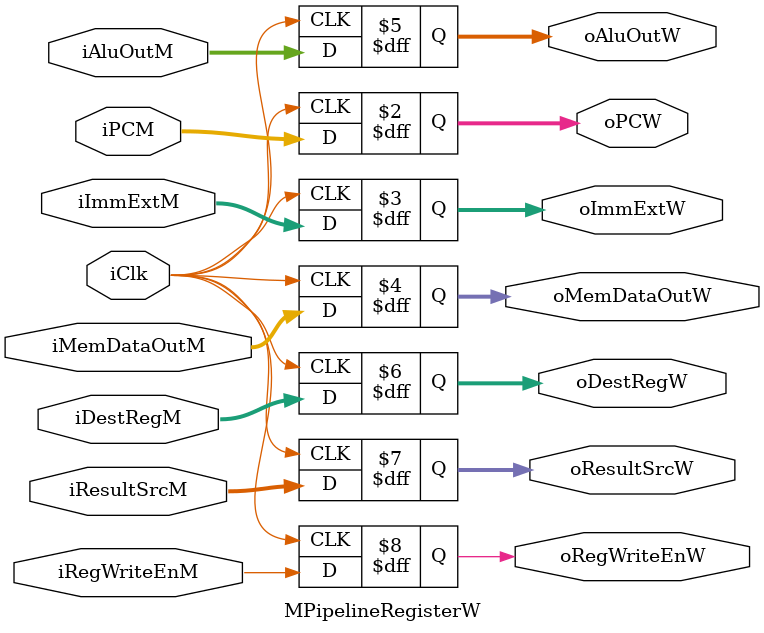
<source format=sv>
module MPipelineRegisterW(
    input   logic        iClk,
    input   logic [31:0] iPCM,
    input   logic [31:0] iImmExtM,
    input   logic [31:0] iMemDataOutM,
    input   logic [31:0] iAluOutM,
    input   logic [ 4:0] iDestRegM,
    input   logic [ 2:0] iResultSrcM,
    input   logic        iRegWriteEnM,

    output  logic [31:0] oPCW,
    output  logic [31:0] oImmExtW,
    output  logic [31:0] oMemDataOutW,
    output  logic [31:0] oAluOutW,
    output  logic [4:0]  oDestRegW,
    output  logic [ 2:0] oResultSrcW,
    output  logic        oRegWriteEnW
);
  
    always_ff @ (posedge iClk) begin 
        oPCW         <= iPCM;
        oImmExtW     <= iImmExtM;
        oMemDataOutW <= iMemDataOutM;
        oAluOutW     <= iAluOutM;
        oDestRegW    <= iDestRegM;
        oResultSrcW  <= iResultSrcM;
        oRegWriteEnW <= iRegWriteEnM;
    end
    
endmodule

</source>
